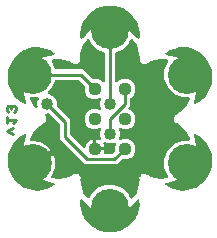
<source format=gbr>
G04 EAGLE Gerber RS-274X export*
G75*
%MOMM*%
%FSLAX34Y34*%
%LPD*%
%INBottom Copper*%
%IPPOS*%
%AMOC8*
5,1,8,0,0,1.08239X$1,22.5*%
G01*
%ADD10C,0.254000*%
%ADD11C,3.216000*%
%ADD12C,1.117600*%
%ADD13C,1.016000*%

G36*
X18506Y-67501D02*
X18506Y-67501D01*
X18508Y-67501D01*
X18662Y-67469D01*
X18816Y-67437D01*
X18818Y-67436D01*
X18819Y-67436D01*
X18957Y-67368D01*
X19102Y-67297D01*
X19103Y-67296D01*
X19105Y-67295D01*
X19223Y-67194D01*
X19344Y-67091D01*
X19345Y-67089D01*
X19346Y-67088D01*
X19446Y-66963D01*
X22555Y-62512D01*
X22613Y-62404D01*
X22676Y-62298D01*
X22695Y-62248D01*
X22704Y-62231D01*
X22708Y-62210D01*
X22732Y-62147D01*
X24901Y-54848D01*
X24913Y-54777D01*
X24934Y-54707D01*
X24949Y-54580D01*
X24951Y-54567D01*
X24951Y-54560D01*
X24952Y-54547D01*
X25119Y-51092D01*
X25112Y-51001D01*
X25115Y-50910D01*
X25096Y-50791D01*
X25095Y-50775D01*
X25092Y-50769D01*
X25092Y-50768D01*
X25092Y-50766D01*
X25089Y-50751D01*
X24864Y-49754D01*
X24890Y-49714D01*
X24948Y-49589D01*
X25010Y-49467D01*
X25015Y-49445D01*
X25025Y-49426D01*
X25050Y-49290D01*
X25080Y-49156D01*
X25081Y-49126D01*
X25083Y-49113D01*
X25082Y-49092D01*
X25085Y-48996D01*
X25083Y-48947D01*
X25887Y-48091D01*
X25911Y-48058D01*
X25940Y-48030D01*
X26034Y-47900D01*
X26661Y-46907D01*
X26708Y-46896D01*
X26837Y-46849D01*
X26968Y-46807D01*
X26987Y-46795D01*
X27007Y-46788D01*
X27121Y-46710D01*
X27237Y-46637D01*
X27259Y-46616D01*
X27270Y-46608D01*
X27284Y-46592D01*
X27354Y-46526D01*
X27387Y-46491D01*
X28561Y-46454D01*
X28601Y-46447D01*
X28641Y-46449D01*
X28800Y-46423D01*
X29946Y-46164D01*
X29986Y-46190D01*
X30111Y-46248D01*
X30233Y-46310D01*
X30255Y-46315D01*
X30274Y-46325D01*
X30410Y-46350D01*
X30544Y-46380D01*
X30574Y-46381D01*
X30587Y-46383D01*
X30608Y-46382D01*
X30704Y-46385D01*
X30753Y-46383D01*
X31498Y-47082D01*
X31572Y-47136D01*
X31639Y-47197D01*
X31741Y-47259D01*
X31755Y-47269D01*
X31762Y-47272D01*
X31777Y-47281D01*
X34855Y-48893D01*
X34924Y-48918D01*
X34988Y-48953D01*
X35142Y-49001D01*
X42567Y-50824D01*
X42689Y-50838D01*
X42811Y-50860D01*
X42863Y-50859D01*
X42882Y-50861D01*
X42904Y-50858D01*
X42972Y-50857D01*
X47915Y-50453D01*
X48001Y-50435D01*
X48088Y-50427D01*
X48156Y-50403D01*
X48227Y-50388D01*
X48305Y-50349D01*
X48388Y-50319D01*
X48447Y-50279D01*
X48512Y-50247D01*
X48578Y-50190D01*
X48651Y-50141D01*
X48698Y-50087D01*
X48753Y-50040D01*
X48803Y-49968D01*
X48861Y-49902D01*
X48894Y-49838D01*
X48935Y-49779D01*
X48966Y-49697D01*
X49006Y-49619D01*
X49022Y-49549D01*
X49047Y-49482D01*
X49056Y-49394D01*
X49076Y-49309D01*
X49073Y-49237D01*
X49081Y-49165D01*
X49069Y-49079D01*
X49066Y-48991D01*
X49046Y-48922D01*
X49036Y-48851D01*
X49002Y-48770D01*
X48978Y-48686D01*
X48941Y-48624D01*
X48913Y-48557D01*
X48861Y-48487D01*
X48816Y-48412D01*
X48749Y-48336D01*
X45833Y-41296D01*
X45833Y-33686D01*
X48745Y-26655D01*
X54126Y-21274D01*
X61157Y-18362D01*
X66656Y-18362D01*
X66737Y-18352D01*
X66819Y-18352D01*
X66895Y-18332D01*
X66972Y-18322D01*
X67048Y-18292D01*
X67127Y-18272D01*
X67195Y-18234D01*
X67267Y-18205D01*
X67334Y-18157D01*
X67405Y-18117D01*
X67462Y-18064D01*
X67525Y-18019D01*
X67577Y-17955D01*
X67637Y-17899D01*
X67678Y-17833D01*
X67727Y-17774D01*
X67762Y-17699D01*
X67806Y-17630D01*
X67830Y-17556D01*
X67863Y-17486D01*
X67878Y-17405D01*
X67903Y-17327D01*
X67908Y-17250D01*
X67923Y-17174D01*
X67918Y-17092D01*
X67923Y-17010D01*
X67908Y-16934D01*
X67903Y-16856D01*
X67878Y-16778D01*
X67862Y-16697D01*
X67807Y-16559D01*
X67805Y-16554D01*
X67804Y-16552D01*
X67802Y-16548D01*
X65515Y-11737D01*
X65448Y-11633D01*
X65387Y-11525D01*
X65354Y-11485D01*
X65343Y-11469D01*
X65328Y-11454D01*
X65283Y-11402D01*
X59983Y-5892D01*
X59926Y-5846D01*
X59876Y-5793D01*
X59745Y-5699D01*
X56803Y-3841D01*
X56721Y-3803D01*
X56644Y-3756D01*
X56528Y-3713D01*
X56514Y-3706D01*
X56507Y-3705D01*
X56493Y-3700D01*
X55510Y-3402D01*
X55490Y-3365D01*
X55409Y-3251D01*
X55333Y-3136D01*
X55318Y-3122D01*
X55306Y-3105D01*
X55200Y-3015D01*
X55097Y-2922D01*
X55073Y-2908D01*
X55063Y-2900D01*
X55045Y-2891D01*
X54960Y-2839D01*
X54922Y-2819D01*
X54571Y-1693D01*
X54554Y-1657D01*
X54545Y-1619D01*
X54478Y-1473D01*
X53922Y-433D01*
X53934Y-392D01*
X53957Y-256D01*
X53985Y-120D01*
X53984Y-99D01*
X53987Y-79D01*
X53976Y59D01*
X53969Y198D01*
X53962Y226D01*
X53961Y238D01*
X53954Y258D01*
X53931Y355D01*
X53918Y395D01*
X54466Y1440D01*
X54479Y1477D01*
X54500Y1510D01*
X54556Y1661D01*
X54898Y2790D01*
X54935Y2810D01*
X55049Y2891D01*
X55164Y2967D01*
X55178Y2982D01*
X55195Y2994D01*
X55285Y3100D01*
X55378Y3203D01*
X55392Y3227D01*
X55400Y3237D01*
X55409Y3255D01*
X55461Y3340D01*
X55481Y3378D01*
X56462Y3684D01*
X56544Y3722D01*
X56629Y3750D01*
X56737Y3810D01*
X56751Y3816D01*
X56757Y3821D01*
X56770Y3828D01*
X59682Y5700D01*
X59738Y5746D01*
X59799Y5784D01*
X59917Y5894D01*
X65157Y11415D01*
X65229Y11513D01*
X65307Y11608D01*
X65334Y11655D01*
X65345Y11671D01*
X65353Y11691D01*
X65385Y11749D01*
X67662Y16598D01*
X67686Y16673D01*
X67720Y16744D01*
X67735Y16823D01*
X67760Y16900D01*
X67765Y16979D01*
X67780Y17057D01*
X67775Y17137D01*
X67780Y17217D01*
X67765Y17295D01*
X67760Y17374D01*
X67735Y17451D01*
X67720Y17530D01*
X67686Y17601D01*
X67662Y17676D01*
X67619Y17745D01*
X67584Y17818D01*
X67534Y17878D01*
X67492Y17945D01*
X67433Y18001D01*
X67381Y18062D01*
X67318Y18109D01*
X67260Y18163D01*
X67189Y18202D01*
X67124Y18249D01*
X67051Y18278D01*
X66981Y18317D01*
X66903Y18337D01*
X66828Y18366D01*
X66750Y18376D01*
X66674Y18396D01*
X66513Y18406D01*
X61135Y18406D01*
X54104Y21318D01*
X48723Y26699D01*
X45811Y33730D01*
X45811Y41340D01*
X48761Y48462D01*
X48771Y48474D01*
X48804Y48551D01*
X48847Y48624D01*
X48867Y48696D01*
X48897Y48766D01*
X48911Y48849D01*
X48934Y48929D01*
X48935Y49005D01*
X48947Y49080D01*
X48940Y49164D01*
X48942Y49247D01*
X48925Y49321D01*
X48918Y49397D01*
X48889Y49476D01*
X48871Y49557D01*
X48836Y49625D01*
X48810Y49696D01*
X48763Y49765D01*
X48725Y49840D01*
X48674Y49896D01*
X48632Y49959D01*
X48569Y50015D01*
X48513Y50077D01*
X48450Y50120D01*
X48394Y50170D01*
X48319Y50208D01*
X48249Y50255D01*
X48178Y50280D01*
X48110Y50315D01*
X48029Y50333D01*
X47949Y50361D01*
X47808Y50383D01*
X47800Y50384D01*
X47797Y50384D01*
X47790Y50385D01*
X42918Y50815D01*
X42796Y50810D01*
X42673Y50813D01*
X42620Y50804D01*
X42600Y50803D01*
X42580Y50797D01*
X42514Y50786D01*
X35107Y49033D01*
X35040Y49008D01*
X34970Y48992D01*
X34822Y48928D01*
X31774Y47370D01*
X31691Y47314D01*
X31604Y47266D01*
X31528Y47203D01*
X31511Y47191D01*
X31503Y47181D01*
X31480Y47163D01*
X30767Y46489D01*
X30678Y46491D01*
X30551Y46479D01*
X30422Y46473D01*
X30393Y46463D01*
X30362Y46461D01*
X30241Y46417D01*
X30118Y46379D01*
X30079Y46358D01*
X30063Y46352D01*
X30045Y46340D01*
X29976Y46303D01*
X29901Y46257D01*
X28794Y46519D01*
X28745Y46524D01*
X28698Y46538D01*
X28538Y46553D01*
X27401Y46585D01*
X27340Y46649D01*
X27241Y46731D01*
X27145Y46818D01*
X27118Y46832D01*
X27095Y46851D01*
X26978Y46906D01*
X26864Y46966D01*
X26822Y46979D01*
X26806Y46986D01*
X26785Y46990D01*
X26710Y47013D01*
X26624Y47033D01*
X26027Y48001D01*
X25996Y48040D01*
X25973Y48083D01*
X25870Y48206D01*
X25089Y49033D01*
X25091Y49122D01*
X25079Y49249D01*
X25073Y49378D01*
X25063Y49407D01*
X25061Y49438D01*
X25017Y49559D01*
X24979Y49682D01*
X24958Y49721D01*
X24952Y49737D01*
X24940Y49755D01*
X24903Y49824D01*
X24857Y49899D01*
X25083Y50854D01*
X25094Y50954D01*
X25114Y51051D01*
X25115Y51150D01*
X25117Y51171D01*
X25115Y51183D01*
X25115Y51212D01*
X24939Y54640D01*
X24926Y54711D01*
X24923Y54783D01*
X24887Y54940D01*
X22693Y62248D01*
X22644Y62359D01*
X22601Y62474D01*
X22572Y62521D01*
X22565Y62538D01*
X22551Y62555D01*
X22517Y62612D01*
X19496Y66916D01*
X19496Y66917D01*
X19367Y67059D01*
X19282Y67152D01*
X19144Y67243D01*
X19017Y67327D01*
X19016Y67327D01*
X18891Y67370D01*
X18716Y67430D01*
X18570Y67442D01*
X18399Y67455D01*
X18250Y67429D01*
X18086Y67401D01*
X18085Y67401D01*
X17921Y67327D01*
X17796Y67271D01*
X17795Y67270D01*
X17661Y67163D01*
X17547Y67072D01*
X17452Y66946D01*
X17356Y66818D01*
X17285Y66673D01*
X16217Y64094D01*
X10836Y58713D01*
X5102Y56339D01*
X5077Y56324D01*
X5049Y56315D01*
X4939Y56245D01*
X4826Y56181D01*
X4805Y56161D01*
X4780Y56145D01*
X4691Y56050D01*
X4598Y55960D01*
X4582Y55935D01*
X4562Y55913D01*
X4499Y55799D01*
X4431Y55689D01*
X4423Y55660D01*
X4408Y55635D01*
X4376Y55509D01*
X4338Y55385D01*
X4336Y55355D01*
X4329Y55327D01*
X4319Y55166D01*
X4319Y32297D01*
X4336Y32159D01*
X4349Y32021D01*
X4356Y32002D01*
X4359Y31982D01*
X4410Y31853D01*
X4457Y31721D01*
X4468Y31705D01*
X4476Y31686D01*
X4557Y31574D01*
X4635Y31458D01*
X4651Y31445D01*
X4662Y31429D01*
X4770Y31340D01*
X4874Y31248D01*
X4892Y31239D01*
X4907Y31226D01*
X5033Y31167D01*
X5157Y31103D01*
X5177Y31099D01*
X5195Y31090D01*
X5332Y31064D01*
X5467Y31034D01*
X5488Y31034D01*
X5507Y31030D01*
X5646Y31039D01*
X5785Y31043D01*
X5805Y31049D01*
X5825Y31050D01*
X5957Y31093D01*
X6091Y31132D01*
X6108Y31142D01*
X6127Y31148D01*
X6245Y31223D01*
X6365Y31293D01*
X6386Y31312D01*
X6396Y31318D01*
X6410Y31333D01*
X6485Y31400D01*
X7808Y32722D01*
X10982Y34037D01*
X14418Y34037D01*
X17592Y32722D01*
X20022Y30292D01*
X21337Y27118D01*
X21337Y23682D01*
X20022Y20508D01*
X17495Y17981D01*
X17480Y17971D01*
X17391Y17877D01*
X17298Y17786D01*
X17282Y17761D01*
X17262Y17740D01*
X17199Y17626D01*
X17131Y17515D01*
X17123Y17487D01*
X17108Y17461D01*
X17076Y17335D01*
X17038Y17211D01*
X17036Y17182D01*
X17029Y17153D01*
X17019Y16992D01*
X17019Y10911D01*
X15992Y9884D01*
X15961Y9845D01*
X15925Y9812D01*
X15864Y9720D01*
X15797Y9633D01*
X15777Y9587D01*
X15750Y9546D01*
X15714Y9442D01*
X15671Y9341D01*
X15663Y9292D01*
X15647Y9245D01*
X15638Y9136D01*
X15621Y9027D01*
X15625Y8977D01*
X15622Y8928D01*
X15640Y8820D01*
X15651Y8710D01*
X15667Y8664D01*
X15676Y8615D01*
X15721Y8515D01*
X15758Y8411D01*
X15786Y8370D01*
X15807Y8325D01*
X15875Y8239D01*
X15937Y8148D01*
X15974Y8115D01*
X16005Y8076D01*
X16093Y8010D01*
X16175Y7938D01*
X16220Y7915D01*
X16259Y7885D01*
X16404Y7814D01*
X17592Y7322D01*
X20022Y4892D01*
X21337Y1718D01*
X21337Y-1718D01*
X20022Y-4892D01*
X17592Y-7322D01*
X14418Y-8637D01*
X10982Y-8637D01*
X9146Y-7876D01*
X9012Y-7839D01*
X8879Y-7798D01*
X8858Y-7797D01*
X8839Y-7792D01*
X8699Y-7790D01*
X8561Y-7783D01*
X8541Y-7787D01*
X8521Y-7787D01*
X8385Y-7820D01*
X8250Y-7848D01*
X8231Y-7856D01*
X8212Y-7861D01*
X8089Y-7926D01*
X7964Y-7987D01*
X7948Y-8000D01*
X7931Y-8010D01*
X7828Y-8103D01*
X7722Y-8194D01*
X7710Y-8210D01*
X7695Y-8224D01*
X7619Y-8340D01*
X7539Y-8454D01*
X7532Y-8473D01*
X7520Y-8490D01*
X7475Y-8621D01*
X7426Y-8751D01*
X7424Y-8771D01*
X7417Y-8790D01*
X7406Y-8929D01*
X7391Y-9067D01*
X7394Y-9087D01*
X7392Y-9107D01*
X7416Y-9245D01*
X7435Y-9382D01*
X7444Y-9409D01*
X7446Y-9421D01*
X7455Y-9439D01*
X7487Y-9534D01*
X8129Y-11083D01*
X8129Y-14317D01*
X7487Y-15866D01*
X7451Y-16000D01*
X7410Y-16133D01*
X7409Y-16153D01*
X7403Y-16172D01*
X7401Y-16312D01*
X7395Y-16450D01*
X7399Y-16470D01*
X7398Y-16490D01*
X7431Y-16626D01*
X7459Y-16762D01*
X7468Y-16780D01*
X7472Y-16800D01*
X7538Y-16923D01*
X7599Y-17047D01*
X7612Y-17063D01*
X7621Y-17081D01*
X7715Y-17184D01*
X7805Y-17289D01*
X7821Y-17301D01*
X7835Y-17316D01*
X7951Y-17393D01*
X8065Y-17472D01*
X8084Y-17480D01*
X8101Y-17491D01*
X8232Y-17536D01*
X8362Y-17585D01*
X8382Y-17587D01*
X8402Y-17594D01*
X8540Y-17605D01*
X8678Y-17620D01*
X8698Y-17618D01*
X8719Y-17619D01*
X8856Y-17595D01*
X8993Y-17576D01*
X9020Y-17567D01*
X9032Y-17565D01*
X9051Y-17556D01*
X9146Y-17524D01*
X10982Y-16763D01*
X14418Y-16763D01*
X17592Y-18078D01*
X20022Y-20508D01*
X21337Y-23682D01*
X21337Y-27118D01*
X20022Y-30292D01*
X17592Y-32722D01*
X14418Y-34037D01*
X10844Y-34037D01*
X10827Y-34033D01*
X10697Y-34037D01*
X10568Y-34035D01*
X10539Y-34042D01*
X10509Y-34042D01*
X10385Y-34079D01*
X10259Y-34109D01*
X10232Y-34123D01*
X10204Y-34131D01*
X10092Y-34197D01*
X9977Y-34257D01*
X9955Y-34277D01*
X9930Y-34292D01*
X9809Y-34399D01*
X5599Y-38609D01*
X-20839Y-38609D01*
X-42419Y-17029D01*
X-42419Y-4855D01*
X-42431Y-4756D01*
X-42434Y-4657D01*
X-42451Y-4599D01*
X-42459Y-4539D01*
X-42495Y-4447D01*
X-42523Y-4352D01*
X-42553Y-4300D01*
X-42576Y-4243D01*
X-42634Y-4163D01*
X-42684Y-4078D01*
X-42750Y-4003D01*
X-42762Y-3986D01*
X-42772Y-3978D01*
X-42790Y-3957D01*
X-50947Y4200D01*
X-51025Y4260D01*
X-51098Y4328D01*
X-51151Y4357D01*
X-51198Y4394D01*
X-51289Y4434D01*
X-51376Y4482D01*
X-51435Y4497D01*
X-51490Y4521D01*
X-51588Y4536D01*
X-51684Y4561D01*
X-51784Y4567D01*
X-51804Y4571D01*
X-51817Y4569D01*
X-51845Y4571D01*
X-53648Y4571D01*
X-53801Y4552D01*
X-53952Y4534D01*
X-53958Y4532D01*
X-53964Y4531D01*
X-54106Y4475D01*
X-54249Y4420D01*
X-54254Y4417D01*
X-54259Y4414D01*
X-54383Y4325D01*
X-54508Y4236D01*
X-54512Y4231D01*
X-54517Y4228D01*
X-54615Y4109D01*
X-54713Y3993D01*
X-54716Y3987D01*
X-54720Y3983D01*
X-54785Y3843D01*
X-54851Y3706D01*
X-54853Y3700D01*
X-54855Y3695D01*
X-54884Y3546D01*
X-54914Y3394D01*
X-54914Y3388D01*
X-54915Y3383D01*
X-54905Y3229D01*
X-54897Y3077D01*
X-54895Y3069D01*
X-54895Y3065D01*
X-54892Y3056D01*
X-54859Y2920D01*
X-54467Y1678D01*
X-54453Y1648D01*
X-54446Y1616D01*
X-54380Y1469D01*
X-53819Y402D01*
X-53823Y388D01*
X-53848Y246D01*
X-53877Y104D01*
X-53876Y89D01*
X-53879Y75D01*
X-53868Y-69D01*
X-53860Y-214D01*
X-53855Y-233D01*
X-53855Y-242D01*
X-53849Y-259D01*
X-53821Y-370D01*
X-53817Y-384D01*
X-54374Y-1453D01*
X-54385Y-1484D01*
X-54403Y-1512D01*
X-54460Y-1663D01*
X-54818Y-2814D01*
X-54831Y-2821D01*
X-54950Y-2904D01*
X-55070Y-2984D01*
X-55079Y-2994D01*
X-55091Y-3003D01*
X-55186Y-3112D01*
X-55282Y-3220D01*
X-55293Y-3237D01*
X-55299Y-3244D01*
X-55306Y-3260D01*
X-55366Y-3358D01*
X-55372Y-3371D01*
X-56379Y-3688D01*
X-56455Y-3723D01*
X-56535Y-3749D01*
X-56660Y-3817D01*
X-56668Y-3821D01*
X-56671Y-3823D01*
X-56677Y-3826D01*
X-59629Y-5696D01*
X-59685Y-5743D01*
X-59747Y-5781D01*
X-59865Y-5890D01*
X-65146Y-11395D01*
X-65219Y-11494D01*
X-65299Y-11589D01*
X-65324Y-11635D01*
X-65335Y-11650D01*
X-65343Y-11670D01*
X-65377Y-11730D01*
X-67945Y-17149D01*
X-67946Y-17153D01*
X-67949Y-17157D01*
X-67996Y-17305D01*
X-68044Y-17451D01*
X-68044Y-17456D01*
X-68046Y-17460D01*
X-68055Y-17616D01*
X-68065Y-17768D01*
X-68064Y-17773D01*
X-68064Y-17778D01*
X-68034Y-17930D01*
X-68006Y-18081D01*
X-68004Y-18085D01*
X-68003Y-18090D01*
X-67936Y-18230D01*
X-67872Y-18369D01*
X-67868Y-18373D01*
X-67866Y-18377D01*
X-67767Y-18496D01*
X-67670Y-18615D01*
X-67666Y-18618D01*
X-67663Y-18621D01*
X-67537Y-18712D01*
X-67413Y-18802D01*
X-67408Y-18804D01*
X-67405Y-18807D01*
X-67261Y-18863D01*
X-67118Y-18921D01*
X-67113Y-18921D01*
X-67108Y-18923D01*
X-66956Y-18942D01*
X-66802Y-18961D01*
X-66797Y-18961D01*
X-66793Y-18961D01*
X-66632Y-18951D01*
X-66197Y-18893D01*
X-63756Y-18893D01*
X-61335Y-19212D01*
X-58978Y-19844D01*
X-56723Y-20778D01*
X-54609Y-21998D01*
X-52672Y-23484D01*
X-50946Y-25210D01*
X-50270Y-26091D01*
X-65146Y-34680D01*
X-65240Y-34752D01*
X-65340Y-34818D01*
X-65361Y-34842D01*
X-65370Y-34848D01*
X-65375Y-34854D01*
X-65399Y-34872D01*
X-65473Y-34966D01*
X-65553Y-35054D01*
X-65571Y-35090D01*
X-65597Y-35121D01*
X-65645Y-35230D01*
X-65700Y-35336D01*
X-65710Y-35375D01*
X-65726Y-35412D01*
X-65746Y-35529D01*
X-65773Y-35645D01*
X-65772Y-35685D01*
X-65779Y-35725D01*
X-65769Y-35844D01*
X-65767Y-35963D01*
X-65756Y-36002D01*
X-65753Y-36042D01*
X-65714Y-36155D01*
X-65682Y-36269D01*
X-65655Y-36323D01*
X-65648Y-36343D01*
X-65637Y-36360D01*
X-65610Y-36414D01*
X-64340Y-38613D01*
X-64268Y-38708D01*
X-64203Y-38807D01*
X-64172Y-38835D01*
X-64148Y-38867D01*
X-64055Y-38941D01*
X-63966Y-39020D01*
X-63931Y-39039D01*
X-63899Y-39064D01*
X-63790Y-39113D01*
X-63685Y-39168D01*
X-63645Y-39177D01*
X-63608Y-39194D01*
X-63491Y-39214D01*
X-63375Y-39241D01*
X-63335Y-39240D01*
X-63295Y-39247D01*
X-63176Y-39237D01*
X-63057Y-39235D01*
X-63018Y-39224D01*
X-62978Y-39220D01*
X-62865Y-39181D01*
X-62751Y-39149D01*
X-62697Y-39123D01*
X-62677Y-39116D01*
X-62660Y-39105D01*
X-62606Y-39078D01*
X-47731Y-30489D01*
X-47306Y-31516D01*
X-46674Y-33873D01*
X-46355Y-36294D01*
X-46355Y-38734D01*
X-46674Y-41155D01*
X-47306Y-43512D01*
X-48240Y-45767D01*
X-49460Y-47881D01*
X-49726Y-48228D01*
X-49729Y-48232D01*
X-49732Y-48236D01*
X-49808Y-48368D01*
X-49887Y-48503D01*
X-49888Y-48507D01*
X-49890Y-48511D01*
X-49932Y-48660D01*
X-49974Y-48808D01*
X-49974Y-48813D01*
X-49975Y-48818D01*
X-49978Y-48972D01*
X-49982Y-49126D01*
X-49981Y-49131D01*
X-49981Y-49136D01*
X-49946Y-49286D01*
X-49911Y-49436D01*
X-49909Y-49441D01*
X-49908Y-49445D01*
X-49836Y-49582D01*
X-49766Y-49719D01*
X-49763Y-49723D01*
X-49760Y-49727D01*
X-49658Y-49840D01*
X-49554Y-49957D01*
X-49550Y-49959D01*
X-49547Y-49963D01*
X-49420Y-50047D01*
X-49291Y-50134D01*
X-49286Y-50136D01*
X-49282Y-50139D01*
X-49137Y-50189D01*
X-48991Y-50241D01*
X-48986Y-50241D01*
X-48981Y-50243D01*
X-48822Y-50266D01*
X-42847Y-50751D01*
X-42723Y-50745D01*
X-42599Y-50747D01*
X-42548Y-50738D01*
X-42529Y-50737D01*
X-42508Y-50731D01*
X-42441Y-50718D01*
X-35034Y-48898D01*
X-34966Y-48872D01*
X-34895Y-48855D01*
X-34748Y-48789D01*
X-31670Y-47177D01*
X-31597Y-47126D01*
X-31518Y-47083D01*
X-31420Y-47003D01*
X-31409Y-46995D01*
X-31404Y-46990D01*
X-31394Y-46981D01*
X-30639Y-46278D01*
X-30601Y-46280D01*
X-30461Y-46267D01*
X-30322Y-46259D01*
X-30304Y-46253D01*
X-30284Y-46251D01*
X-30152Y-46204D01*
X-30019Y-46162D01*
X-29995Y-46148D01*
X-29984Y-46144D01*
X-29967Y-46133D01*
X-29878Y-46084D01*
X-29846Y-46064D01*
X-28691Y-46325D01*
X-28653Y-46329D01*
X-28617Y-46340D01*
X-28456Y-46356D01*
X-27273Y-46397D01*
X-27248Y-46425D01*
X-27140Y-46515D01*
X-27036Y-46607D01*
X-27018Y-46616D01*
X-27003Y-46629D01*
X-26878Y-46689D01*
X-26753Y-46753D01*
X-26727Y-46761D01*
X-26716Y-46766D01*
X-26696Y-46769D01*
X-26599Y-46798D01*
X-26562Y-46807D01*
X-25930Y-47808D01*
X-25905Y-47837D01*
X-25887Y-47871D01*
X-25785Y-47995D01*
X-24978Y-48861D01*
X-24980Y-48899D01*
X-24967Y-49039D01*
X-24959Y-49178D01*
X-24953Y-49196D01*
X-24951Y-49216D01*
X-24904Y-49348D01*
X-24862Y-49481D01*
X-24848Y-49505D01*
X-24844Y-49516D01*
X-24833Y-49533D01*
X-24784Y-49622D01*
X-24764Y-49654D01*
X-24992Y-50661D01*
X-25000Y-50749D01*
X-25019Y-50836D01*
X-25021Y-50963D01*
X-25022Y-50977D01*
X-25021Y-50984D01*
X-25022Y-50997D01*
X-24866Y-54462D01*
X-24854Y-54533D01*
X-24852Y-54605D01*
X-24816Y-54762D01*
X-22672Y-62069D01*
X-22623Y-62182D01*
X-22580Y-62297D01*
X-22552Y-62343D01*
X-22545Y-62361D01*
X-22532Y-62377D01*
X-22497Y-62435D01*
X-19458Y-66817D01*
X-19456Y-66819D01*
X-19454Y-66823D01*
X-19349Y-66938D01*
X-19245Y-67053D01*
X-19242Y-67055D01*
X-19240Y-67058D01*
X-19110Y-67144D01*
X-18981Y-67230D01*
X-18977Y-67231D01*
X-18974Y-67233D01*
X-18827Y-67283D01*
X-18681Y-67334D01*
X-18677Y-67335D01*
X-18673Y-67336D01*
X-18520Y-67348D01*
X-18364Y-67362D01*
X-18360Y-67361D01*
X-18356Y-67361D01*
X-18204Y-67335D01*
X-18050Y-67309D01*
X-18047Y-67307D01*
X-18043Y-67307D01*
X-17900Y-67242D01*
X-17759Y-67180D01*
X-17756Y-67178D01*
X-17753Y-67176D01*
X-17630Y-67078D01*
X-17510Y-66983D01*
X-17508Y-66980D01*
X-17505Y-66978D01*
X-17410Y-66852D01*
X-17317Y-66730D01*
X-17316Y-66727D01*
X-17313Y-66724D01*
X-17242Y-66579D01*
X-16251Y-64184D01*
X-10870Y-58803D01*
X-3839Y-55891D01*
X3771Y-55891D01*
X10802Y-58803D01*
X16183Y-64184D01*
X17233Y-66721D01*
X17234Y-66723D01*
X17235Y-66724D01*
X17310Y-66856D01*
X17391Y-66998D01*
X17392Y-66999D01*
X17393Y-67000D01*
X17499Y-67109D01*
X17612Y-67226D01*
X17613Y-67227D01*
X17615Y-67228D01*
X17752Y-67312D01*
X17883Y-67392D01*
X17885Y-67393D01*
X17886Y-67394D01*
X18042Y-67441D01*
X18187Y-67486D01*
X18189Y-67486D01*
X18190Y-67486D01*
X18355Y-67494D01*
X18505Y-67501D01*
X18506Y-67501D01*
G37*
G36*
X1594Y-29959D02*
X1594Y-29959D01*
X1693Y-29956D01*
X1751Y-29939D01*
X1811Y-29931D01*
X1903Y-29895D01*
X1998Y-29867D01*
X2050Y-29837D01*
X2107Y-29814D01*
X2187Y-29756D01*
X2272Y-29706D01*
X2347Y-29640D01*
X2364Y-29628D01*
X2372Y-29618D01*
X2393Y-29600D01*
X3701Y-28291D01*
X3719Y-28268D01*
X3742Y-28248D01*
X3817Y-28142D01*
X3896Y-28040D01*
X3908Y-28013D01*
X3925Y-27988D01*
X3971Y-27867D01*
X4022Y-27748D01*
X4027Y-27719D01*
X4038Y-27691D01*
X4052Y-27562D01*
X4072Y-27434D01*
X4069Y-27404D01*
X4073Y-27375D01*
X4063Y-27308D01*
X4063Y-23682D01*
X4824Y-21846D01*
X4861Y-21712D01*
X4902Y-21579D01*
X4903Y-21558D01*
X4908Y-21539D01*
X4910Y-21399D01*
X4917Y-21261D01*
X4913Y-21241D01*
X4913Y-21221D01*
X4880Y-21085D01*
X4852Y-20950D01*
X4844Y-20931D01*
X4839Y-20912D01*
X4774Y-20789D01*
X4713Y-20664D01*
X4700Y-20648D01*
X4690Y-20631D01*
X4597Y-20528D01*
X4506Y-20422D01*
X4490Y-20410D01*
X4476Y-20395D01*
X4360Y-20319D01*
X4246Y-20239D01*
X4227Y-20232D01*
X4210Y-20220D01*
X4079Y-20175D01*
X3949Y-20126D01*
X3929Y-20124D01*
X3910Y-20117D01*
X3771Y-20106D01*
X3633Y-20091D01*
X3613Y-20094D01*
X3593Y-20092D01*
X3455Y-20116D01*
X3318Y-20135D01*
X3291Y-20144D01*
X3279Y-20146D01*
X3261Y-20155D01*
X3166Y-20187D01*
X1617Y-20829D01*
X-1617Y-20829D01*
X-3829Y-19912D01*
X-3963Y-19876D01*
X-4096Y-19835D01*
X-4117Y-19834D01*
X-4136Y-19828D01*
X-4275Y-19826D01*
X-4414Y-19820D01*
X-4434Y-19824D01*
X-4454Y-19823D01*
X-4590Y-19856D01*
X-4725Y-19884D01*
X-4744Y-19893D01*
X-4763Y-19897D01*
X-4886Y-19962D01*
X-5011Y-20024D01*
X-5027Y-20037D01*
X-5044Y-20046D01*
X-5147Y-20140D01*
X-5253Y-20230D01*
X-5265Y-20247D01*
X-5280Y-20260D01*
X-5356Y-20377D01*
X-5436Y-20490D01*
X-5443Y-20509D01*
X-5455Y-20526D01*
X-5500Y-20657D01*
X-5549Y-20787D01*
X-5551Y-20808D01*
X-5558Y-20827D01*
X-5569Y-20965D01*
X-5584Y-21103D01*
X-5581Y-21123D01*
X-5583Y-21144D01*
X-5559Y-21281D01*
X-5540Y-21418D01*
X-5531Y-21445D01*
X-5529Y-21457D01*
X-5520Y-21476D01*
X-5488Y-21571D01*
X-4884Y-23029D01*
X-4665Y-24131D01*
X-11431Y-24131D01*
X-11431Y-17365D01*
X-10329Y-17584D01*
X-8871Y-18188D01*
X-8737Y-18224D01*
X-8604Y-18265D01*
X-8583Y-18266D01*
X-8564Y-18272D01*
X-8425Y-18274D01*
X-8286Y-18280D01*
X-8266Y-18276D01*
X-8246Y-18277D01*
X-8110Y-18244D01*
X-7975Y-18216D01*
X-7956Y-18207D01*
X-7937Y-18203D01*
X-7814Y-18138D01*
X-7689Y-18076D01*
X-7673Y-18063D01*
X-7656Y-18054D01*
X-7553Y-17960D01*
X-7447Y-17870D01*
X-7435Y-17853D01*
X-7420Y-17840D01*
X-7344Y-17724D01*
X-7264Y-17610D01*
X-7257Y-17591D01*
X-7245Y-17574D01*
X-7200Y-17443D01*
X-7151Y-17313D01*
X-7149Y-17292D01*
X-7142Y-17273D01*
X-7131Y-17135D01*
X-7116Y-16997D01*
X-7119Y-16977D01*
X-7117Y-16956D01*
X-7141Y-16819D01*
X-7160Y-16682D01*
X-7169Y-16655D01*
X-7171Y-16643D01*
X-7180Y-16624D01*
X-7212Y-16529D01*
X-8129Y-14317D01*
X-8129Y-11083D01*
X-7487Y-9534D01*
X-7451Y-9400D01*
X-7410Y-9267D01*
X-7409Y-9247D01*
X-7403Y-9228D01*
X-7401Y-9088D01*
X-7395Y-8950D01*
X-7399Y-8930D01*
X-7398Y-8910D01*
X-7431Y-8774D01*
X-7459Y-8638D01*
X-7468Y-8620D01*
X-7472Y-8600D01*
X-7538Y-8477D01*
X-7599Y-8353D01*
X-7612Y-8337D01*
X-7621Y-8319D01*
X-7715Y-8216D01*
X-7805Y-8111D01*
X-7821Y-8099D01*
X-7835Y-8084D01*
X-7951Y-8007D01*
X-8065Y-7928D01*
X-8084Y-7920D01*
X-8101Y-7909D01*
X-8232Y-7864D01*
X-8362Y-7815D01*
X-8382Y-7813D01*
X-8402Y-7806D01*
X-8540Y-7795D01*
X-8678Y-7780D01*
X-8698Y-7782D01*
X-8719Y-7781D01*
X-8856Y-7805D01*
X-8993Y-7824D01*
X-9020Y-7833D01*
X-9032Y-7835D01*
X-9051Y-7844D01*
X-9146Y-7876D01*
X-10982Y-8637D01*
X-14418Y-8637D01*
X-17592Y-7322D01*
X-20022Y-4892D01*
X-21337Y-1718D01*
X-21337Y1718D01*
X-20022Y4892D01*
X-17592Y7322D01*
X-14418Y8637D01*
X-10982Y8637D01*
X-9146Y7876D01*
X-9011Y7839D01*
X-8879Y7798D01*
X-8858Y7797D01*
X-8839Y7792D01*
X-8699Y7790D01*
X-8561Y7783D01*
X-8541Y7787D01*
X-8521Y7787D01*
X-8385Y7820D01*
X-8249Y7848D01*
X-8231Y7856D01*
X-8212Y7861D01*
X-8088Y7927D01*
X-7964Y7987D01*
X-7948Y8000D01*
X-7930Y8010D01*
X-7827Y8104D01*
X-7722Y8194D01*
X-7710Y8210D01*
X-7695Y8224D01*
X-7619Y8340D01*
X-7539Y8454D01*
X-7532Y8473D01*
X-7520Y8490D01*
X-7475Y8621D01*
X-7426Y8751D01*
X-7424Y8771D01*
X-7417Y8790D01*
X-7406Y8929D01*
X-7391Y9067D01*
X-7394Y9087D01*
X-7392Y9107D01*
X-7416Y9244D01*
X-7435Y9382D01*
X-7444Y9409D01*
X-7446Y9421D01*
X-7455Y9439D01*
X-7487Y9534D01*
X-8129Y11083D01*
X-8129Y14317D01*
X-7487Y15866D01*
X-7451Y16000D01*
X-7410Y16133D01*
X-7409Y16153D01*
X-7403Y16172D01*
X-7401Y16312D01*
X-7394Y16450D01*
X-7399Y16470D01*
X-7398Y16490D01*
X-7431Y16626D01*
X-7459Y16762D01*
X-7468Y16780D01*
X-7472Y16800D01*
X-7537Y16922D01*
X-7598Y17047D01*
X-7612Y17063D01*
X-7621Y17081D01*
X-7715Y17184D01*
X-7805Y17289D01*
X-7821Y17301D01*
X-7835Y17316D01*
X-7951Y17392D01*
X-8065Y17472D01*
X-8084Y17480D01*
X-8101Y17491D01*
X-8232Y17536D01*
X-8362Y17585D01*
X-8382Y17587D01*
X-8402Y17594D01*
X-8540Y17605D01*
X-8678Y17620D01*
X-8698Y17618D01*
X-8719Y17619D01*
X-8856Y17595D01*
X-8993Y17576D01*
X-9020Y17567D01*
X-9032Y17565D01*
X-9051Y17556D01*
X-9146Y17524D01*
X-10982Y16763D01*
X-14418Y16763D01*
X-17592Y18078D01*
X-20022Y20508D01*
X-21337Y23682D01*
X-21337Y27256D01*
X-21333Y27273D01*
X-21337Y27403D01*
X-21335Y27532D01*
X-21342Y27561D01*
X-21342Y27591D01*
X-21379Y27715D01*
X-21409Y27841D01*
X-21423Y27868D01*
X-21431Y27896D01*
X-21497Y28008D01*
X-21557Y28123D01*
X-21577Y28145D01*
X-21592Y28170D01*
X-21699Y28291D01*
X-26232Y32825D01*
X-26310Y32885D01*
X-26383Y32953D01*
X-26436Y32982D01*
X-26483Y33019D01*
X-26574Y33059D01*
X-26661Y33107D01*
X-26720Y33122D01*
X-26775Y33146D01*
X-26873Y33161D01*
X-26969Y33186D01*
X-27069Y33192D01*
X-27089Y33196D01*
X-27102Y33194D01*
X-27130Y33196D01*
X-45211Y33196D01*
X-45240Y33193D01*
X-45270Y33195D01*
X-45398Y33173D01*
X-45527Y33156D01*
X-45554Y33146D01*
X-45583Y33141D01*
X-45702Y33087D01*
X-45822Y33039D01*
X-45846Y33022D01*
X-45873Y33010D01*
X-45974Y32929D01*
X-46080Y32853D01*
X-46098Y32830D01*
X-46121Y32811D01*
X-46200Y32708D01*
X-46282Y32608D01*
X-46295Y32581D01*
X-46313Y32557D01*
X-46384Y32413D01*
X-48758Y26679D01*
X-52442Y22995D01*
X-52528Y22886D01*
X-52616Y22779D01*
X-52625Y22760D01*
X-52637Y22744D01*
X-52693Y22616D01*
X-52752Y22491D01*
X-52756Y22471D01*
X-52764Y22452D01*
X-52786Y22314D01*
X-52812Y22178D01*
X-52810Y22158D01*
X-52814Y22138D01*
X-52800Y21999D01*
X-52792Y21861D01*
X-52786Y21842D01*
X-52784Y21822D01*
X-52737Y21690D01*
X-52694Y21559D01*
X-52683Y21541D01*
X-52676Y21522D01*
X-52598Y21407D01*
X-52524Y21290D01*
X-52509Y21276D01*
X-52498Y21259D01*
X-52393Y21167D01*
X-52292Y21072D01*
X-52274Y21062D01*
X-52259Y21049D01*
X-52135Y20985D01*
X-52014Y20918D01*
X-51994Y20913D01*
X-51976Y20904D01*
X-51840Y20874D01*
X-51817Y20868D01*
X-48735Y19591D01*
X-46449Y17305D01*
X-45211Y14317D01*
X-45211Y11205D01*
X-45199Y11106D01*
X-45196Y11007D01*
X-45179Y10949D01*
X-45171Y10889D01*
X-45135Y10797D01*
X-45107Y10702D01*
X-45077Y10650D01*
X-45054Y10593D01*
X-44996Y10513D01*
X-44946Y10428D01*
X-44906Y10383D01*
X-44905Y10381D01*
X-44901Y10377D01*
X-44880Y10353D01*
X-44868Y10336D01*
X-44858Y10328D01*
X-44840Y10307D01*
X-36683Y2150D01*
X-33781Y-751D01*
X-33781Y-12925D01*
X-33769Y-13024D01*
X-33766Y-13123D01*
X-33758Y-13149D01*
X-33757Y-13164D01*
X-33747Y-13195D01*
X-33741Y-13241D01*
X-33705Y-13333D01*
X-33677Y-13428D01*
X-33664Y-13450D01*
X-33659Y-13467D01*
X-33640Y-13496D01*
X-33624Y-13537D01*
X-33566Y-13617D01*
X-33516Y-13702D01*
X-33495Y-13726D01*
X-33489Y-13735D01*
X-33475Y-13748D01*
X-33450Y-13777D01*
X-33438Y-13794D01*
X-33428Y-13802D01*
X-33410Y-13823D01*
X-22807Y-24425D01*
X-22795Y-24434D01*
X-22786Y-24446D01*
X-22670Y-24532D01*
X-22556Y-24620D01*
X-22542Y-24626D01*
X-22530Y-24635D01*
X-22397Y-24689D01*
X-22264Y-24746D01*
X-22249Y-24749D01*
X-22236Y-24754D01*
X-22093Y-24774D01*
X-21950Y-24796D01*
X-21935Y-24795D01*
X-21921Y-24797D01*
X-21777Y-24780D01*
X-21633Y-24767D01*
X-21619Y-24761D01*
X-21605Y-24760D01*
X-21470Y-24708D01*
X-21334Y-24659D01*
X-21322Y-24651D01*
X-21308Y-24645D01*
X-21190Y-24561D01*
X-21071Y-24480D01*
X-21061Y-24469D01*
X-21049Y-24461D01*
X-20956Y-24350D01*
X-20860Y-24242D01*
X-20854Y-24229D01*
X-20844Y-24217D01*
X-20782Y-24087D01*
X-20716Y-23959D01*
X-20713Y-23944D01*
X-20706Y-23931D01*
X-20665Y-23775D01*
X-20516Y-23029D01*
X-19904Y-21550D01*
X-19014Y-20218D01*
X-17882Y-19086D01*
X-16550Y-18196D01*
X-15071Y-17584D01*
X-13969Y-17365D01*
X-13969Y-25400D01*
X-13954Y-25518D01*
X-13947Y-25637D01*
X-13935Y-25675D01*
X-13930Y-25715D01*
X-13886Y-25826D01*
X-13849Y-25939D01*
X-13827Y-25973D01*
X-13813Y-26011D01*
X-13743Y-26107D01*
X-13679Y-26208D01*
X-13678Y-26208D01*
X-13649Y-26236D01*
X-13626Y-26268D01*
X-13625Y-26269D01*
X-13533Y-26345D01*
X-13447Y-26426D01*
X-13411Y-26446D01*
X-13380Y-26472D01*
X-13273Y-26522D01*
X-13168Y-26580D01*
X-13129Y-26590D01*
X-13093Y-26607D01*
X-12976Y-26629D01*
X-12860Y-26659D01*
X-12800Y-26663D01*
X-12780Y-26667D01*
X-12760Y-26666D01*
X-12700Y-26669D01*
X-4665Y-26669D01*
X-4884Y-27771D01*
X-5068Y-28216D01*
X-5081Y-28264D01*
X-5102Y-28309D01*
X-5123Y-28417D01*
X-5152Y-28523D01*
X-5153Y-28573D01*
X-5162Y-28622D01*
X-5155Y-28731D01*
X-5157Y-28841D01*
X-5145Y-28889D01*
X-5142Y-28939D01*
X-5109Y-29043D01*
X-5083Y-29150D01*
X-5060Y-29194D01*
X-5044Y-29241D01*
X-4986Y-29334D01*
X-4934Y-29431D01*
X-4901Y-29468D01*
X-4874Y-29510D01*
X-4794Y-29585D01*
X-4720Y-29667D01*
X-4679Y-29694D01*
X-4643Y-29728D01*
X-4546Y-29781D01*
X-4455Y-29841D01*
X-4408Y-29858D01*
X-4364Y-29882D01*
X-4258Y-29909D01*
X-4154Y-29945D01*
X-4104Y-29949D01*
X-4056Y-29961D01*
X-3895Y-29971D01*
X1495Y-29971D01*
X1594Y-29959D01*
G37*
G36*
X3648Y-95823D02*
X3648Y-95823D01*
X3738Y-95805D01*
X3802Y-95802D01*
X7351Y-95041D01*
X7437Y-95009D01*
X7500Y-94996D01*
X10891Y-93701D01*
X10971Y-93657D01*
X11032Y-93634D01*
X14184Y-91836D01*
X14198Y-91825D01*
X14213Y-91818D01*
X14262Y-91777D01*
X14313Y-91749D01*
X17154Y-89489D01*
X17216Y-89423D01*
X17268Y-89384D01*
X19729Y-86717D01*
X19781Y-86642D01*
X19826Y-86594D01*
X21851Y-83582D01*
X21891Y-83501D01*
X21928Y-83447D01*
X23469Y-80161D01*
X23495Y-80074D01*
X23524Y-80015D01*
X24544Y-76532D01*
X24557Y-76442D01*
X24576Y-76380D01*
X25052Y-72782D01*
X25051Y-72691D01*
X25061Y-72626D01*
X24981Y-68998D01*
X24972Y-68944D01*
X24973Y-68890D01*
X24949Y-68805D01*
X24935Y-68717D01*
X24912Y-68668D01*
X24898Y-68616D01*
X24851Y-68541D01*
X24813Y-68460D01*
X24777Y-68420D01*
X24749Y-68374D01*
X24683Y-68314D01*
X24625Y-68247D01*
X24579Y-68219D01*
X24539Y-68182D01*
X24460Y-68143D01*
X24385Y-68095D01*
X24333Y-68080D01*
X24284Y-68056D01*
X24197Y-68040D01*
X24112Y-68015D01*
X24058Y-68015D01*
X24005Y-68006D01*
X23916Y-68015D01*
X23828Y-68014D01*
X23776Y-68029D01*
X23722Y-68035D01*
X23640Y-68068D01*
X23554Y-68092D01*
X23508Y-68121D01*
X23458Y-68141D01*
X23403Y-68186D01*
X23313Y-68243D01*
X23250Y-68312D01*
X23199Y-68355D01*
X20444Y-71529D01*
X17320Y-74232D01*
X13843Y-76464D01*
X10085Y-78178D01*
X6121Y-79341D01*
X2032Y-79928D01*
X-2100Y-79928D01*
X-6189Y-79341D01*
X-10153Y-78178D01*
X-13911Y-76464D01*
X-17388Y-74232D01*
X-20512Y-71529D01*
X-23267Y-68355D01*
X-23308Y-68319D01*
X-23342Y-68277D01*
X-23415Y-68226D01*
X-23482Y-68168D01*
X-23531Y-68145D01*
X-23575Y-68114D01*
X-23659Y-68086D01*
X-23740Y-68048D01*
X-23793Y-68040D01*
X-23844Y-68023D01*
X-23933Y-68018D01*
X-24021Y-68005D01*
X-24074Y-68012D01*
X-24128Y-68009D01*
X-24215Y-68030D01*
X-24303Y-68041D01*
X-24352Y-68062D01*
X-24405Y-68075D01*
X-24482Y-68119D01*
X-24564Y-68154D01*
X-24605Y-68188D01*
X-24652Y-68215D01*
X-24714Y-68278D01*
X-24783Y-68335D01*
X-24814Y-68379D01*
X-24851Y-68418D01*
X-24894Y-68496D01*
X-24944Y-68569D01*
X-24961Y-68620D01*
X-24986Y-68668D01*
X-25000Y-68738D01*
X-25033Y-68839D01*
X-25037Y-68933D01*
X-25049Y-68998D01*
X-25129Y-72626D01*
X-25118Y-72717D01*
X-25120Y-72782D01*
X-24644Y-76380D01*
X-24620Y-76468D01*
X-24612Y-76532D01*
X-23592Y-80015D01*
X-23554Y-80098D01*
X-23537Y-80161D01*
X-21996Y-83447D01*
X-21946Y-83523D01*
X-21919Y-83582D01*
X-19894Y-86594D01*
X-19833Y-86662D01*
X-19797Y-86717D01*
X-17336Y-89384D01*
X-17265Y-89441D01*
X-17222Y-89489D01*
X-14381Y-91749D01*
X-14346Y-91769D01*
X-14325Y-91789D01*
X-14283Y-91810D01*
X-14252Y-91836D01*
X-11100Y-93634D01*
X-11015Y-93668D01*
X-10959Y-93701D01*
X-7568Y-94996D01*
X-7480Y-95017D01*
X-7419Y-95041D01*
X-3870Y-95802D01*
X-3780Y-95809D01*
X-3716Y-95823D01*
X-93Y-96034D01*
X-26Y-96028D01*
X25Y-96034D01*
X3648Y-95823D01*
G37*
G36*
X24040Y67922D02*
X24040Y67922D01*
X24094Y67919D01*
X24181Y67940D01*
X24269Y67951D01*
X24318Y67972D01*
X24371Y67985D01*
X24448Y68029D01*
X24530Y68064D01*
X24571Y68098D01*
X24618Y68125D01*
X24680Y68188D01*
X24749Y68245D01*
X24780Y68289D01*
X24817Y68328D01*
X24860Y68406D01*
X24910Y68479D01*
X24927Y68530D01*
X24952Y68578D01*
X24966Y68648D01*
X24999Y68749D01*
X25003Y68843D01*
X25015Y68908D01*
X25095Y72536D01*
X25084Y72627D01*
X25086Y72692D01*
X24610Y76290D01*
X24586Y76378D01*
X24578Y76442D01*
X23558Y79925D01*
X23520Y80008D01*
X23503Y80071D01*
X21962Y83357D01*
X21912Y83433D01*
X21885Y83492D01*
X19860Y86504D01*
X19799Y86572D01*
X19763Y86627D01*
X17302Y89294D01*
X17231Y89351D01*
X17188Y89399D01*
X14347Y91659D01*
X14268Y91705D01*
X14218Y91746D01*
X11066Y93544D01*
X10981Y93578D01*
X10925Y93611D01*
X7534Y94906D01*
X7446Y94927D01*
X7385Y94951D01*
X3836Y95712D01*
X3746Y95719D01*
X3682Y95733D01*
X59Y95944D01*
X-8Y95938D01*
X-59Y95944D01*
X-3682Y95733D01*
X-3772Y95715D01*
X-3836Y95712D01*
X-7385Y94951D01*
X-7471Y94919D01*
X-7534Y94906D01*
X-10925Y93611D01*
X-11005Y93567D01*
X-11066Y93544D01*
X-14218Y91746D01*
X-14290Y91690D01*
X-14347Y91659D01*
X-17188Y89399D01*
X-17250Y89333D01*
X-17302Y89294D01*
X-19763Y86627D01*
X-19815Y86552D01*
X-19860Y86504D01*
X-21885Y83492D01*
X-21925Y83411D01*
X-21962Y83357D01*
X-23503Y80071D01*
X-23529Y79984D01*
X-23558Y79925D01*
X-24578Y76442D01*
X-24591Y76352D01*
X-24610Y76290D01*
X-25086Y72692D01*
X-25085Y72601D01*
X-25095Y72536D01*
X-25015Y68908D01*
X-25006Y68854D01*
X-25007Y68800D01*
X-24983Y68715D01*
X-24969Y68627D01*
X-24946Y68578D01*
X-24932Y68526D01*
X-24885Y68451D01*
X-24847Y68370D01*
X-24811Y68330D01*
X-24783Y68284D01*
X-24717Y68224D01*
X-24659Y68157D01*
X-24613Y68129D01*
X-24573Y68092D01*
X-24494Y68053D01*
X-24419Y68005D01*
X-24367Y67990D01*
X-24318Y67966D01*
X-24231Y67950D01*
X-24146Y67925D01*
X-24092Y67925D01*
X-24039Y67916D01*
X-23950Y67925D01*
X-23862Y67924D01*
X-23810Y67939D01*
X-23756Y67945D01*
X-23674Y67978D01*
X-23588Y68002D01*
X-23542Y68031D01*
X-23492Y68051D01*
X-23437Y68096D01*
X-23347Y68153D01*
X-23284Y68222D01*
X-23233Y68265D01*
X-20478Y71439D01*
X-17354Y74142D01*
X-13877Y76374D01*
X-10119Y78088D01*
X-6155Y79251D01*
X-2066Y79838D01*
X2066Y79838D01*
X6155Y79251D01*
X10119Y78088D01*
X13877Y76374D01*
X17354Y74142D01*
X20478Y71439D01*
X23233Y68265D01*
X23274Y68229D01*
X23308Y68187D01*
X23381Y68136D01*
X23448Y68078D01*
X23497Y68055D01*
X23541Y68024D01*
X23625Y67996D01*
X23706Y67958D01*
X23759Y67950D01*
X23810Y67933D01*
X23899Y67928D01*
X23987Y67915D01*
X24040Y67922D01*
G37*
G36*
X71861Y12748D02*
X71861Y12748D01*
X71915Y12750D01*
X71983Y12773D01*
X72087Y12795D01*
X72169Y12838D01*
X72232Y12860D01*
X75414Y14605D01*
X75487Y14660D01*
X75545Y14691D01*
X78423Y16902D01*
X78487Y16967D01*
X78539Y17006D01*
X81045Y19631D01*
X81098Y19705D01*
X81143Y19752D01*
X83219Y22729D01*
X83260Y22810D01*
X83298Y22863D01*
X84894Y26123D01*
X84922Y26210D01*
X84951Y26268D01*
X86030Y29733D01*
X86041Y29800D01*
X86049Y29827D01*
X86050Y29838D01*
X86065Y29885D01*
X86601Y33474D01*
X86602Y33565D01*
X86612Y33630D01*
X86593Y37259D01*
X86580Y37349D01*
X86581Y37414D01*
X86007Y40998D01*
X85980Y41085D01*
X85971Y41150D01*
X84856Y44604D01*
X84816Y44686D01*
X84797Y44748D01*
X83168Y47991D01*
X83130Y48046D01*
X83109Y48093D01*
X81115Y51125D01*
X81055Y51194D01*
X81020Y51249D01*
X78586Y53941D01*
X78516Y53999D01*
X78473Y54048D01*
X75656Y56337D01*
X75578Y56384D01*
X75528Y56425D01*
X72394Y58256D01*
X72310Y58291D01*
X72254Y58324D01*
X68877Y59655D01*
X68789Y59676D01*
X68728Y59700D01*
X65188Y60499D01*
X65097Y60506D01*
X65034Y60521D01*
X61413Y60769D01*
X61322Y60763D01*
X61257Y60768D01*
X57641Y60459D01*
X57552Y60439D01*
X57487Y60434D01*
X53961Y59576D01*
X53876Y59543D01*
X53813Y59528D01*
X50458Y58141D01*
X50380Y58095D01*
X50320Y58071D01*
X47217Y56187D01*
X47175Y56153D01*
X47128Y56127D01*
X47066Y56064D01*
X46997Y56007D01*
X46966Y55963D01*
X46928Y55924D01*
X46886Y55847D01*
X46836Y55773D01*
X46818Y55722D01*
X46793Y55675D01*
X46774Y55588D01*
X46745Y55504D01*
X46743Y55450D01*
X46732Y55397D01*
X46737Y55308D01*
X46734Y55220D01*
X46746Y55167D01*
X46750Y55113D01*
X46780Y55030D01*
X46801Y54944D01*
X46828Y54897D01*
X46846Y54846D01*
X46898Y54774D01*
X46942Y54697D01*
X46981Y54659D01*
X47012Y54615D01*
X47082Y54561D01*
X47146Y54499D01*
X47194Y54474D01*
X47236Y54440D01*
X47303Y54415D01*
X47397Y54365D01*
X47489Y54346D01*
X47551Y54323D01*
X51678Y53524D01*
X55581Y52170D01*
X59252Y50275D01*
X62616Y47877D01*
X65605Y45026D01*
X68158Y41778D01*
X70224Y38200D01*
X71760Y34365D01*
X72735Y30351D01*
X73129Y26239D01*
X72935Y22112D01*
X72156Y18055D01*
X70784Y14082D01*
X70774Y14029D01*
X70755Y13978D01*
X70747Y13890D01*
X70730Y13803D01*
X70735Y13749D01*
X70730Y13695D01*
X70747Y13608D01*
X70755Y13519D01*
X70775Y13469D01*
X70785Y13416D01*
X70826Y13337D01*
X70858Y13254D01*
X70891Y13211D01*
X70915Y13163D01*
X70977Y13099D01*
X71030Y13028D01*
X71074Y12996D01*
X71111Y12957D01*
X71187Y12912D01*
X71258Y12859D01*
X71309Y12840D01*
X71356Y12812D01*
X71442Y12790D01*
X71525Y12759D01*
X71579Y12755D01*
X71631Y12741D01*
X71720Y12744D01*
X71808Y12737D01*
X71861Y12748D01*
G37*
G36*
X-61358Y-60742D02*
X-61358Y-60742D01*
X-61293Y-60747D01*
X-57677Y-60438D01*
X-57588Y-60418D01*
X-57523Y-60413D01*
X-53997Y-59555D01*
X-53912Y-59522D01*
X-53849Y-59507D01*
X-50494Y-58120D01*
X-50416Y-58074D01*
X-50356Y-58050D01*
X-47253Y-56166D01*
X-47211Y-56132D01*
X-47164Y-56106D01*
X-47102Y-56043D01*
X-47033Y-55986D01*
X-47002Y-55942D01*
X-46964Y-55903D01*
X-46922Y-55826D01*
X-46872Y-55752D01*
X-46854Y-55701D01*
X-46829Y-55654D01*
X-46810Y-55567D01*
X-46781Y-55483D01*
X-46779Y-55429D01*
X-46768Y-55376D01*
X-46773Y-55287D01*
X-46770Y-55199D01*
X-46782Y-55146D01*
X-46786Y-55092D01*
X-46816Y-55009D01*
X-46837Y-54923D01*
X-46864Y-54876D01*
X-46882Y-54825D01*
X-46934Y-54753D01*
X-46978Y-54676D01*
X-47017Y-54638D01*
X-47048Y-54594D01*
X-47118Y-54540D01*
X-47182Y-54478D01*
X-47230Y-54453D01*
X-47272Y-54419D01*
X-47339Y-54394D01*
X-47433Y-54344D01*
X-47525Y-54325D01*
X-47587Y-54302D01*
X-51714Y-53503D01*
X-55617Y-52149D01*
X-59288Y-50254D01*
X-62652Y-47856D01*
X-65641Y-45005D01*
X-68194Y-41757D01*
X-70260Y-38179D01*
X-71796Y-34344D01*
X-72771Y-30330D01*
X-73165Y-26218D01*
X-72971Y-22091D01*
X-72192Y-18034D01*
X-70820Y-14061D01*
X-70810Y-14008D01*
X-70791Y-13957D01*
X-70783Y-13869D01*
X-70766Y-13782D01*
X-70771Y-13728D01*
X-70766Y-13674D01*
X-70783Y-13587D01*
X-70791Y-13498D01*
X-70811Y-13448D01*
X-70821Y-13395D01*
X-70862Y-13316D01*
X-70894Y-13233D01*
X-70927Y-13190D01*
X-70951Y-13142D01*
X-71013Y-13078D01*
X-71066Y-13007D01*
X-71110Y-12975D01*
X-71147Y-12936D01*
X-71223Y-12891D01*
X-71294Y-12838D01*
X-71345Y-12819D01*
X-71392Y-12791D01*
X-71478Y-12769D01*
X-71561Y-12738D01*
X-71615Y-12734D01*
X-71667Y-12720D01*
X-71756Y-12723D01*
X-71844Y-12716D01*
X-71897Y-12727D01*
X-71951Y-12729D01*
X-72019Y-12752D01*
X-72123Y-12774D01*
X-72205Y-12817D01*
X-72268Y-12839D01*
X-75450Y-14584D01*
X-75523Y-14639D01*
X-75581Y-14670D01*
X-78459Y-16881D01*
X-78523Y-16946D01*
X-78575Y-16985D01*
X-81081Y-19610D01*
X-81134Y-19684D01*
X-81179Y-19731D01*
X-83255Y-22708D01*
X-83296Y-22789D01*
X-83334Y-22842D01*
X-84930Y-26102D01*
X-84958Y-26189D01*
X-84987Y-26247D01*
X-86066Y-29712D01*
X-86081Y-29802D01*
X-86101Y-29864D01*
X-86637Y-33453D01*
X-86638Y-33544D01*
X-86648Y-33609D01*
X-86629Y-37238D01*
X-86616Y-37328D01*
X-86617Y-37393D01*
X-86043Y-40977D01*
X-86016Y-41064D01*
X-86007Y-41129D01*
X-84892Y-44583D01*
X-84852Y-44665D01*
X-84833Y-44727D01*
X-83204Y-47970D01*
X-83166Y-48025D01*
X-83145Y-48072D01*
X-81151Y-51104D01*
X-81091Y-51173D01*
X-81056Y-51228D01*
X-78622Y-53920D01*
X-78552Y-53978D01*
X-78509Y-54027D01*
X-75692Y-56316D01*
X-75614Y-56363D01*
X-75564Y-56404D01*
X-72430Y-58235D01*
X-72346Y-58270D01*
X-72290Y-58303D01*
X-68913Y-59634D01*
X-68825Y-59655D01*
X-68764Y-59679D01*
X-65224Y-60478D01*
X-65133Y-60485D01*
X-65070Y-60500D01*
X-61449Y-60748D01*
X-61358Y-60742D01*
G37*
G36*
X65056Y-60477D02*
X65056Y-60477D01*
X65145Y-60459D01*
X65210Y-60455D01*
X68750Y-59656D01*
X68836Y-59624D01*
X68899Y-59611D01*
X72276Y-58280D01*
X72355Y-58235D01*
X72416Y-58212D01*
X75550Y-56381D01*
X75621Y-56325D01*
X75678Y-56293D01*
X78495Y-54004D01*
X78557Y-53937D01*
X78608Y-53897D01*
X81042Y-51205D01*
X81093Y-51129D01*
X81137Y-51081D01*
X83131Y-48049D01*
X83159Y-47989D01*
X83160Y-47987D01*
X83190Y-47947D01*
X84819Y-44704D01*
X84848Y-44617D01*
X84878Y-44560D01*
X85993Y-41106D01*
X86008Y-41016D01*
X86029Y-40954D01*
X86603Y-37370D01*
X86604Y-37279D01*
X86615Y-37215D01*
X86634Y-33586D01*
X86622Y-33495D01*
X86623Y-33430D01*
X86087Y-29841D01*
X86061Y-29754D01*
X86052Y-29689D01*
X84973Y-26224D01*
X84934Y-26141D01*
X84916Y-26079D01*
X83320Y-22819D01*
X83269Y-22744D01*
X83241Y-22685D01*
X81165Y-19708D01*
X81103Y-19641D01*
X81067Y-19587D01*
X78561Y-16962D01*
X78489Y-16905D01*
X78445Y-16858D01*
X75567Y-14647D01*
X75487Y-14602D01*
X75436Y-14561D01*
X72254Y-12816D01*
X72204Y-12797D01*
X72157Y-12770D01*
X72071Y-12747D01*
X71988Y-12716D01*
X71934Y-12711D01*
X71882Y-12698D01*
X71793Y-12700D01*
X71705Y-12693D01*
X71652Y-12704D01*
X71598Y-12705D01*
X71513Y-12732D01*
X71426Y-12750D01*
X71378Y-12775D01*
X71327Y-12791D01*
X71253Y-12840D01*
X71174Y-12881D01*
X71135Y-12919D01*
X71090Y-12949D01*
X71033Y-13016D01*
X70969Y-13078D01*
X70941Y-13124D01*
X70907Y-13166D01*
X70870Y-13247D01*
X70826Y-13323D01*
X70812Y-13376D01*
X70790Y-13425D01*
X70778Y-13513D01*
X70756Y-13599D01*
X70758Y-13653D01*
X70751Y-13707D01*
X70762Y-13777D01*
X70766Y-13883D01*
X70795Y-13972D01*
X70806Y-14038D01*
X72178Y-18011D01*
X72957Y-22068D01*
X73151Y-26195D01*
X72757Y-30307D01*
X71782Y-34321D01*
X70246Y-38156D01*
X68180Y-41734D01*
X65627Y-44982D01*
X62638Y-47833D01*
X59274Y-50231D01*
X55603Y-52126D01*
X51700Y-53480D01*
X47573Y-54279D01*
X47522Y-54296D01*
X47469Y-54305D01*
X47388Y-54343D01*
X47304Y-54371D01*
X47260Y-54402D01*
X47211Y-54425D01*
X47144Y-54484D01*
X47072Y-54535D01*
X47038Y-54577D01*
X46997Y-54613D01*
X46949Y-54687D01*
X46893Y-54756D01*
X46873Y-54806D01*
X46843Y-54852D01*
X46818Y-54937D01*
X46784Y-55019D01*
X46777Y-55072D01*
X46762Y-55124D01*
X46761Y-55213D01*
X46751Y-55301D01*
X46760Y-55354D01*
X46759Y-55408D01*
X46783Y-55494D01*
X46798Y-55582D01*
X46821Y-55630D01*
X46836Y-55682D01*
X46882Y-55758D01*
X46921Y-55838D01*
X46957Y-55878D01*
X46985Y-55924D01*
X47039Y-55971D01*
X47110Y-56050D01*
X47189Y-56100D01*
X47239Y-56143D01*
X50342Y-58027D01*
X50425Y-58063D01*
X50480Y-58097D01*
X53835Y-59484D01*
X53923Y-59507D01*
X53983Y-59532D01*
X57509Y-60390D01*
X57600Y-60399D01*
X57663Y-60415D01*
X61279Y-60724D01*
X61370Y-60719D01*
X61435Y-60725D01*
X65056Y-60477D01*
G37*
G36*
X-71665Y12728D02*
X-71665Y12728D01*
X-71611Y12729D01*
X-71526Y12756D01*
X-71439Y12774D01*
X-71391Y12799D01*
X-71340Y12815D01*
X-71266Y12864D01*
X-71187Y12905D01*
X-71148Y12943D01*
X-71103Y12973D01*
X-71046Y13040D01*
X-70982Y13102D01*
X-70954Y13148D01*
X-70920Y13190D01*
X-70883Y13271D01*
X-70839Y13347D01*
X-70825Y13400D01*
X-70803Y13449D01*
X-70791Y13537D01*
X-70769Y13623D01*
X-70771Y13677D01*
X-70764Y13731D01*
X-70775Y13801D01*
X-70779Y13907D01*
X-70808Y13996D01*
X-70819Y14062D01*
X-72191Y18035D01*
X-72970Y22092D01*
X-73164Y26219D01*
X-72770Y30331D01*
X-71795Y34345D01*
X-70259Y38180D01*
X-68193Y41758D01*
X-65640Y45006D01*
X-62651Y47857D01*
X-59287Y50255D01*
X-55616Y52150D01*
X-51713Y53504D01*
X-47586Y54303D01*
X-47535Y54320D01*
X-47482Y54329D01*
X-47401Y54367D01*
X-47317Y54395D01*
X-47273Y54426D01*
X-47224Y54449D01*
X-47157Y54508D01*
X-47085Y54559D01*
X-47051Y54601D01*
X-47010Y54637D01*
X-46962Y54711D01*
X-46906Y54780D01*
X-46886Y54830D01*
X-46856Y54876D01*
X-46831Y54961D01*
X-46797Y55043D01*
X-46790Y55096D01*
X-46775Y55148D01*
X-46774Y55237D01*
X-46764Y55325D01*
X-46773Y55378D01*
X-46772Y55432D01*
X-46796Y55518D01*
X-46811Y55606D01*
X-46834Y55654D01*
X-46849Y55706D01*
X-46895Y55782D01*
X-46934Y55862D01*
X-46970Y55902D01*
X-46998Y55948D01*
X-47052Y55995D01*
X-47123Y56074D01*
X-47202Y56124D01*
X-47252Y56167D01*
X-50355Y58051D01*
X-50438Y58087D01*
X-50493Y58121D01*
X-53848Y59508D01*
X-53936Y59531D01*
X-53996Y59556D01*
X-57522Y60414D01*
X-57613Y60423D01*
X-57676Y60439D01*
X-61292Y60748D01*
X-61383Y60743D01*
X-61448Y60749D01*
X-65069Y60501D01*
X-65158Y60483D01*
X-65223Y60479D01*
X-68763Y59680D01*
X-68849Y59648D01*
X-68912Y59635D01*
X-72289Y58304D01*
X-72368Y58259D01*
X-72429Y58236D01*
X-75563Y56405D01*
X-75634Y56349D01*
X-75691Y56317D01*
X-78508Y54028D01*
X-78570Y53961D01*
X-78621Y53921D01*
X-81055Y51229D01*
X-81106Y51153D01*
X-81150Y51105D01*
X-83144Y48073D01*
X-83172Y48012D01*
X-83203Y47971D01*
X-84832Y44728D01*
X-84861Y44641D01*
X-84891Y44584D01*
X-86006Y41130D01*
X-86021Y41040D01*
X-86042Y40978D01*
X-86616Y37394D01*
X-86617Y37303D01*
X-86628Y37239D01*
X-86647Y33610D01*
X-86635Y33519D01*
X-86636Y33454D01*
X-86100Y29865D01*
X-86074Y29778D01*
X-86065Y29713D01*
X-84986Y26248D01*
X-84947Y26165D01*
X-84929Y26103D01*
X-83333Y22843D01*
X-83282Y22768D01*
X-83254Y22709D01*
X-81178Y19732D01*
X-81116Y19665D01*
X-81080Y19611D01*
X-78574Y16986D01*
X-78502Y16929D01*
X-78458Y16882D01*
X-75580Y14671D01*
X-75500Y14626D01*
X-75449Y14585D01*
X-72267Y12840D01*
X-72217Y12821D01*
X-72170Y12794D01*
X-72084Y12771D01*
X-72001Y12740D01*
X-71947Y12735D01*
X-71895Y12722D01*
X-71806Y12724D01*
X-71718Y12717D01*
X-71665Y12728D01*
G37*
G36*
X-5489Y31042D02*
X-5489Y31042D01*
X-5351Y31050D01*
X-5332Y31056D01*
X-5312Y31058D01*
X-5180Y31106D01*
X-5049Y31148D01*
X-5031Y31159D01*
X-5012Y31166D01*
X-4897Y31244D01*
X-4780Y31318D01*
X-4766Y31333D01*
X-4749Y31345D01*
X-4657Y31449D01*
X-4562Y31550D01*
X-4552Y31568D01*
X-4539Y31583D01*
X-4475Y31707D01*
X-4408Y31829D01*
X-4403Y31848D01*
X-4394Y31866D01*
X-4364Y32002D01*
X-4329Y32136D01*
X-4327Y32165D01*
X-4324Y32176D01*
X-4325Y32197D01*
X-4319Y32297D01*
X-4319Y55166D01*
X-4322Y55195D01*
X-4320Y55225D01*
X-4342Y55353D01*
X-4359Y55482D01*
X-4369Y55509D01*
X-4374Y55538D01*
X-4428Y55657D01*
X-4476Y55777D01*
X-4493Y55801D01*
X-4505Y55828D01*
X-4586Y55929D01*
X-4662Y56035D01*
X-4685Y56053D01*
X-4704Y56076D01*
X-4807Y56155D01*
X-4907Y56237D01*
X-4934Y56250D01*
X-4958Y56268D01*
X-5102Y56339D01*
X-10836Y58713D01*
X-16217Y64094D01*
X-17325Y66771D01*
X-17327Y66774D01*
X-17327Y66776D01*
X-17405Y66911D01*
X-17483Y67048D01*
X-17485Y67049D01*
X-17486Y67052D01*
X-17593Y67161D01*
X-17704Y67276D01*
X-17706Y67277D01*
X-17708Y67279D01*
X-17840Y67359D01*
X-17975Y67442D01*
X-17978Y67443D01*
X-17980Y67444D01*
X-18129Y67490D01*
X-18279Y67536D01*
X-18282Y67536D01*
X-18284Y67537D01*
X-18441Y67544D01*
X-18597Y67551D01*
X-18599Y67551D01*
X-18602Y67551D01*
X-18755Y67518D01*
X-18908Y67487D01*
X-18911Y67486D01*
X-18913Y67485D01*
X-19051Y67417D01*
X-19194Y67347D01*
X-19196Y67345D01*
X-19198Y67344D01*
X-19314Y67245D01*
X-19436Y67141D01*
X-19438Y67139D01*
X-19439Y67137D01*
X-19540Y67011D01*
X-22658Y62535D01*
X-22715Y62426D01*
X-22778Y62321D01*
X-22796Y62270D01*
X-22805Y62253D01*
X-22810Y62232D01*
X-22833Y62170D01*
X-25002Y54854D01*
X-25014Y54783D01*
X-25035Y54715D01*
X-25053Y54555D01*
X-25219Y51101D01*
X-25212Y51008D01*
X-25214Y50914D01*
X-25196Y50802D01*
X-25194Y50784D01*
X-25191Y50775D01*
X-25188Y50756D01*
X-24961Y49769D01*
X-24992Y49720D01*
X-25049Y49597D01*
X-25111Y49477D01*
X-25116Y49453D01*
X-25126Y49431D01*
X-25151Y49298D01*
X-25180Y49167D01*
X-25181Y49133D01*
X-25184Y49119D01*
X-25182Y49097D01*
X-25185Y49006D01*
X-25183Y48947D01*
X-25980Y48098D01*
X-26005Y48063D01*
X-26036Y48034D01*
X-26130Y47903D01*
X-26749Y46916D01*
X-26806Y46903D01*
X-26932Y46856D01*
X-27061Y46814D01*
X-27082Y46801D01*
X-27104Y46793D01*
X-27215Y46717D01*
X-27330Y46644D01*
X-27355Y46621D01*
X-27366Y46613D01*
X-27380Y46597D01*
X-27447Y46534D01*
X-27487Y46491D01*
X-28651Y46454D01*
X-28694Y46447D01*
X-28736Y46448D01*
X-28895Y46422D01*
X-30031Y46161D01*
X-30080Y46192D01*
X-30203Y46249D01*
X-30323Y46311D01*
X-30347Y46316D01*
X-30369Y46326D01*
X-30502Y46351D01*
X-30633Y46380D01*
X-30667Y46381D01*
X-30681Y46384D01*
X-30703Y46382D01*
X-30794Y46385D01*
X-30853Y46383D01*
X-31590Y47075D01*
X-31666Y47130D01*
X-31736Y47193D01*
X-31833Y47251D01*
X-31848Y47262D01*
X-31856Y47265D01*
X-31873Y47276D01*
X-34942Y48869D01*
X-35010Y48894D01*
X-35074Y48929D01*
X-35228Y48976D01*
X-42641Y50770D01*
X-42764Y50784D01*
X-42886Y50805D01*
X-42938Y50804D01*
X-42957Y50806D01*
X-42978Y50803D01*
X-43047Y50801D01*
X-47849Y50394D01*
X-47933Y50376D01*
X-48019Y50368D01*
X-48088Y50343D01*
X-48160Y50327D01*
X-48237Y50289D01*
X-48318Y50260D01*
X-48379Y50218D01*
X-48445Y50186D01*
X-48510Y50130D01*
X-48581Y50081D01*
X-48630Y50026D01*
X-48686Y49978D01*
X-48734Y49907D01*
X-48791Y49843D01*
X-48825Y49777D01*
X-48867Y49716D01*
X-48897Y49636D01*
X-48936Y49560D01*
X-48952Y49487D01*
X-48978Y49418D01*
X-48987Y49333D01*
X-49005Y49249D01*
X-49003Y49175D01*
X-49011Y49102D01*
X-48998Y49017D01*
X-48996Y48931D01*
X-48975Y48860D01*
X-48964Y48787D01*
X-48931Y48708D01*
X-48907Y48626D01*
X-48870Y48562D01*
X-48841Y48494D01*
X-48790Y48427D01*
X-46384Y42617D01*
X-46369Y42592D01*
X-46360Y42564D01*
X-46290Y42454D01*
X-46226Y42341D01*
X-46206Y42320D01*
X-46190Y42295D01*
X-46095Y42206D01*
X-46005Y42113D01*
X-45980Y42097D01*
X-45958Y42077D01*
X-45844Y42014D01*
X-45734Y41946D01*
X-45705Y41938D01*
X-45680Y41923D01*
X-45554Y41891D01*
X-45430Y41853D01*
X-45400Y41851D01*
X-45372Y41844D01*
X-45211Y41834D01*
X-23026Y41834D01*
X-15591Y34399D01*
X-15568Y34381D01*
X-15548Y34358D01*
X-15489Y34316D01*
X-15449Y34278D01*
X-15404Y34254D01*
X-15340Y34204D01*
X-15313Y34192D01*
X-15288Y34175D01*
X-15202Y34142D01*
X-15170Y34125D01*
X-15138Y34116D01*
X-15048Y34078D01*
X-15019Y34073D01*
X-14991Y34062D01*
X-14881Y34050D01*
X-14862Y34045D01*
X-14834Y34044D01*
X-14734Y34028D01*
X-14704Y34031D01*
X-14675Y34027D01*
X-14608Y34037D01*
X-10982Y34037D01*
X-7808Y32722D01*
X-6485Y31400D01*
X-6376Y31315D01*
X-6269Y31226D01*
X-6250Y31217D01*
X-6234Y31205D01*
X-6107Y31149D01*
X-5981Y31090D01*
X-5961Y31086D01*
X-5942Y31078D01*
X-5804Y31056D01*
X-5668Y31030D01*
X-5648Y31032D01*
X-5628Y31029D01*
X-5489Y31042D01*
G37*
G36*
X-62592Y9261D02*
X-62592Y9261D01*
X-62511Y9257D01*
X-62434Y9273D01*
X-62355Y9279D01*
X-62279Y9305D01*
X-62200Y9321D01*
X-62129Y9356D01*
X-62054Y9382D01*
X-61986Y9426D01*
X-61914Y9461D01*
X-61854Y9512D01*
X-61788Y9556D01*
X-61733Y9615D01*
X-61672Y9667D01*
X-61627Y9732D01*
X-61573Y9791D01*
X-61535Y9862D01*
X-61489Y9927D01*
X-61461Y10001D01*
X-61424Y10071D01*
X-61405Y10150D01*
X-61376Y10225D01*
X-61368Y10303D01*
X-61349Y10380D01*
X-61350Y10461D01*
X-61341Y10541D01*
X-61352Y10619D01*
X-61353Y10698D01*
X-61374Y10776D01*
X-61386Y10856D01*
X-61436Y11003D01*
X-61437Y11005D01*
X-61437Y11006D01*
X-61438Y11008D01*
X-61469Y11083D01*
X-61469Y14317D01*
X-60510Y16631D01*
X-60497Y16679D01*
X-60476Y16724D01*
X-60455Y16832D01*
X-60426Y16938D01*
X-60425Y16988D01*
X-60416Y17037D01*
X-60423Y17146D01*
X-60421Y17256D01*
X-60433Y17304D01*
X-60436Y17354D01*
X-60470Y17458D01*
X-60495Y17565D01*
X-60518Y17609D01*
X-60534Y17656D01*
X-60593Y17749D01*
X-60644Y17846D01*
X-60677Y17883D01*
X-60704Y17925D01*
X-60784Y18000D01*
X-60858Y18082D01*
X-60899Y18109D01*
X-60936Y18143D01*
X-61032Y18196D01*
X-61124Y18256D01*
X-61171Y18273D01*
X-61214Y18297D01*
X-61320Y18324D01*
X-61424Y18360D01*
X-61474Y18364D01*
X-61522Y18376D01*
X-61683Y18386D01*
X-66610Y18386D01*
X-66694Y18376D01*
X-66777Y18375D01*
X-66851Y18356D01*
X-66926Y18346D01*
X-67004Y18316D01*
X-67085Y18294D01*
X-67151Y18257D01*
X-67222Y18229D01*
X-67289Y18180D01*
X-67363Y18139D01*
X-67418Y18087D01*
X-67479Y18043D01*
X-67532Y17978D01*
X-67593Y17920D01*
X-67633Y17856D01*
X-67682Y17798D01*
X-67717Y17722D01*
X-67762Y17651D01*
X-67785Y17578D01*
X-67817Y17510D01*
X-67833Y17428D01*
X-67858Y17348D01*
X-67863Y17272D01*
X-67877Y17198D01*
X-67872Y17114D01*
X-67877Y17030D01*
X-67862Y16956D01*
X-67857Y16880D01*
X-67832Y16800D01*
X-67815Y16718D01*
X-67762Y16585D01*
X-67759Y16578D01*
X-67758Y16575D01*
X-67755Y16569D01*
X-65424Y11700D01*
X-65357Y11596D01*
X-65296Y11488D01*
X-65262Y11448D01*
X-65252Y11433D01*
X-65236Y11418D01*
X-65192Y11366D01*
X-63523Y9640D01*
X-63460Y9590D01*
X-63404Y9532D01*
X-63336Y9490D01*
X-63275Y9441D01*
X-63201Y9408D01*
X-63133Y9366D01*
X-63057Y9342D01*
X-62985Y9310D01*
X-62906Y9296D01*
X-62829Y9272D01*
X-62750Y9268D01*
X-62672Y9254D01*
X-62592Y9261D01*
G37*
D10*
X-82376Y-12676D02*
X-87460Y-10133D01*
X-82376Y-7591D01*
X-82376Y-3320D02*
X-79834Y-778D01*
X-87460Y-778D01*
X-87460Y-3320D02*
X-87460Y1764D01*
X-81105Y6035D02*
X-79834Y7306D01*
X-79834Y9848D01*
X-81105Y11119D01*
X-82376Y11119D01*
X-83647Y9848D01*
X-83647Y8577D01*
X-83647Y9848D02*
X-84918Y11119D01*
X-86189Y11119D01*
X-87460Y9848D01*
X-87460Y7306D01*
X-86189Y6035D01*
D11*
X-64976Y-37514D03*
X64962Y-37491D03*
X64940Y37535D03*
X-64975Y37515D03*
X0Y74930D03*
X-34Y-75020D03*
D12*
X12700Y25400D03*
X-12700Y25400D03*
X12700Y0D03*
X-12700Y0D03*
X12700Y-25400D03*
X-12700Y-25400D03*
D10*
X-24815Y37515D02*
X-64975Y37515D01*
X-24815Y37515D02*
X-12700Y25400D01*
X-38100Y-2540D02*
X-53340Y12700D01*
D13*
X-53340Y12700D03*
D10*
X3810Y-34290D02*
X12700Y-25400D01*
X3810Y-34290D02*
X-19050Y-34290D01*
X-38100Y-15240D01*
X-38100Y-2540D01*
D13*
X39370Y39370D03*
D10*
X62891Y-37491D02*
X64962Y-37491D01*
D13*
X0Y-12700D03*
D10*
X12700Y12700D02*
X12700Y25400D01*
X12700Y12700D02*
X0Y0D01*
X0Y-12700D01*
D13*
X0Y12700D03*
D10*
X0Y74930D01*
M02*

</source>
